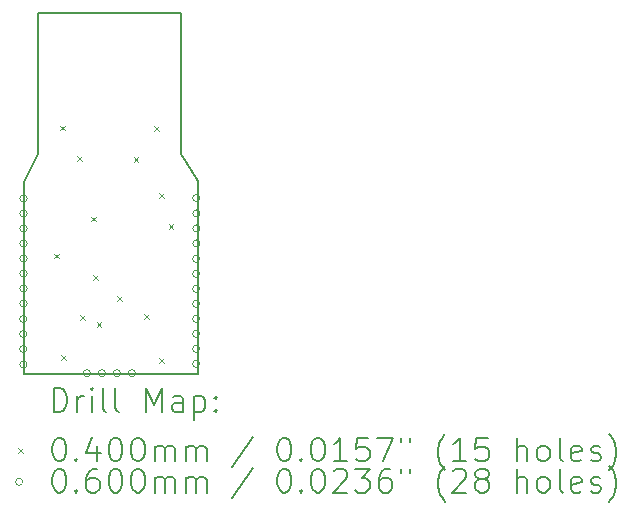
<source format=gbr>
%TF.GenerationSoftware,KiCad,Pcbnew,7.0.10*%
%TF.CreationDate,2024-05-20T03:00:22+05:30*%
%TF.ProjectId,nico-ch32v003-v1,6e69636f-2d63-4683-9332-763030332d76,1.0.1*%
%TF.SameCoordinates,Original*%
%TF.FileFunction,Drillmap*%
%TF.FilePolarity,Positive*%
%FSLAX45Y45*%
G04 Gerber Fmt 4.5, Leading zero omitted, Abs format (unit mm)*
G04 Created by KiCad (PCBNEW 7.0.10) date 2024-05-20 03:00:22*
%MOMM*%
%LPD*%
G01*
G04 APERTURE LIST*
%ADD10C,0.150000*%
%ADD11C,0.200000*%
%ADD12C,0.100000*%
G04 APERTURE END LIST*
D10*
X9497600Y-4605000D02*
X10702600Y-4603000D01*
X10703600Y-5803000D02*
X10846920Y-6027520D01*
X9496600Y-5802000D02*
X9497600Y-4605000D01*
X10846920Y-6027520D02*
X10846600Y-7663000D01*
X10846600Y-7663000D02*
X9372540Y-7662000D01*
X9373720Y-6032600D02*
X9372540Y-7662000D01*
X9496600Y-5802000D02*
X9373720Y-6032600D01*
X10702600Y-4603000D02*
X10703600Y-5803000D01*
D11*
D12*
X9628040Y-6642520D02*
X9668040Y-6682520D01*
X9668040Y-6642520D02*
X9628040Y-6682520D01*
X9683920Y-5560480D02*
X9723920Y-5600480D01*
X9723920Y-5560480D02*
X9683920Y-5600480D01*
X9691000Y-7501000D02*
X9731000Y-7541000D01*
X9731000Y-7501000D02*
X9691000Y-7541000D01*
X9826160Y-5819560D02*
X9866160Y-5859560D01*
X9866160Y-5819560D02*
X9826160Y-5859560D01*
X9851560Y-7165760D02*
X9891560Y-7205760D01*
X9891560Y-7165760D02*
X9851560Y-7205760D01*
X9941439Y-6330926D02*
X9981439Y-6370926D01*
X9981439Y-6330926D02*
X9941439Y-6370926D01*
X9958240Y-6825400D02*
X9998240Y-6865400D01*
X9998240Y-6825400D02*
X9958240Y-6865400D01*
X9991440Y-7221640D02*
X10031440Y-7261640D01*
X10031440Y-7221640D02*
X9991440Y-7261640D01*
X10161440Y-7001640D02*
X10201440Y-7041640D01*
X10201440Y-7001640D02*
X10161440Y-7041640D01*
X10303680Y-5824640D02*
X10343680Y-5864640D01*
X10343680Y-5824640D02*
X10303680Y-5864640D01*
X10395120Y-7155600D02*
X10435120Y-7195600D01*
X10435120Y-7155600D02*
X10395120Y-7195600D01*
X10476400Y-5565560D02*
X10516400Y-5605560D01*
X10516400Y-5565560D02*
X10476400Y-5605560D01*
X10522000Y-6128000D02*
X10562000Y-6168000D01*
X10562000Y-6128000D02*
X10522000Y-6168000D01*
X10522000Y-7527000D02*
X10562000Y-7567000D01*
X10562000Y-7527000D02*
X10522000Y-7567000D01*
X10600000Y-6391000D02*
X10640000Y-6431000D01*
X10640000Y-6391000D02*
X10600000Y-6431000D01*
X9398600Y-7197000D02*
G75*
G03*
X9338600Y-7197000I-30000J0D01*
G01*
X9338600Y-7197000D02*
G75*
G03*
X9398600Y-7197000I30000J0D01*
G01*
X9398600Y-7324000D02*
G75*
G03*
X9338600Y-7324000I-30000J0D01*
G01*
X9338600Y-7324000D02*
G75*
G03*
X9398600Y-7324000I30000J0D01*
G01*
X9398600Y-7451000D02*
G75*
G03*
X9338600Y-7451000I-30000J0D01*
G01*
X9338600Y-7451000D02*
G75*
G03*
X9398600Y-7451000I30000J0D01*
G01*
X9400600Y-7582000D02*
G75*
G03*
X9340600Y-7582000I-30000J0D01*
G01*
X9340600Y-7582000D02*
G75*
G03*
X9400600Y-7582000I30000J0D01*
G01*
X9401600Y-6177000D02*
G75*
G03*
X9341600Y-6177000I-30000J0D01*
G01*
X9341600Y-6177000D02*
G75*
G03*
X9401600Y-6177000I30000J0D01*
G01*
X9401600Y-6304000D02*
G75*
G03*
X9341600Y-6304000I-30000J0D01*
G01*
X9341600Y-6304000D02*
G75*
G03*
X9401600Y-6304000I30000J0D01*
G01*
X9401600Y-6431000D02*
G75*
G03*
X9341600Y-6431000I-30000J0D01*
G01*
X9341600Y-6431000D02*
G75*
G03*
X9401600Y-6431000I30000J0D01*
G01*
X9401600Y-6558000D02*
G75*
G03*
X9341600Y-6558000I-30000J0D01*
G01*
X9341600Y-6558000D02*
G75*
G03*
X9401600Y-6558000I30000J0D01*
G01*
X9401600Y-6685000D02*
G75*
G03*
X9341600Y-6685000I-30000J0D01*
G01*
X9341600Y-6685000D02*
G75*
G03*
X9401600Y-6685000I30000J0D01*
G01*
X9401600Y-6812000D02*
G75*
G03*
X9341600Y-6812000I-30000J0D01*
G01*
X9341600Y-6812000D02*
G75*
G03*
X9401600Y-6812000I30000J0D01*
G01*
X9401600Y-6939000D02*
G75*
G03*
X9341600Y-6939000I-30000J0D01*
G01*
X9341600Y-6939000D02*
G75*
G03*
X9401600Y-6939000I30000J0D01*
G01*
X9401600Y-7066000D02*
G75*
G03*
X9341600Y-7066000I-30000J0D01*
G01*
X9341600Y-7066000D02*
G75*
G03*
X9401600Y-7066000I30000J0D01*
G01*
X9937000Y-7655000D02*
G75*
G03*
X9877000Y-7655000I-30000J0D01*
G01*
X9877000Y-7655000D02*
G75*
G03*
X9937000Y-7655000I30000J0D01*
G01*
X10064000Y-7655000D02*
G75*
G03*
X10004000Y-7655000I-30000J0D01*
G01*
X10004000Y-7655000D02*
G75*
G03*
X10064000Y-7655000I30000J0D01*
G01*
X10191000Y-7655000D02*
G75*
G03*
X10131000Y-7655000I-30000J0D01*
G01*
X10131000Y-7655000D02*
G75*
G03*
X10191000Y-7655000I30000J0D01*
G01*
X10318000Y-7655000D02*
G75*
G03*
X10258000Y-7655000I-30000J0D01*
G01*
X10258000Y-7655000D02*
G75*
G03*
X10318000Y-7655000I30000J0D01*
G01*
X10862600Y-6688000D02*
G75*
G03*
X10802600Y-6688000I-30000J0D01*
G01*
X10802600Y-6688000D02*
G75*
G03*
X10862600Y-6688000I30000J0D01*
G01*
X10862600Y-6815000D02*
G75*
G03*
X10802600Y-6815000I-30000J0D01*
G01*
X10802600Y-6815000D02*
G75*
G03*
X10862600Y-6815000I30000J0D01*
G01*
X10862600Y-6942000D02*
G75*
G03*
X10802600Y-6942000I-30000J0D01*
G01*
X10802600Y-6942000D02*
G75*
G03*
X10862600Y-6942000I30000J0D01*
G01*
X10862600Y-7069000D02*
G75*
G03*
X10802600Y-7069000I-30000J0D01*
G01*
X10802600Y-7069000D02*
G75*
G03*
X10862600Y-7069000I30000J0D01*
G01*
X10862600Y-7196000D02*
G75*
G03*
X10802600Y-7196000I-30000J0D01*
G01*
X10802600Y-7196000D02*
G75*
G03*
X10862600Y-7196000I30000J0D01*
G01*
X10862600Y-7323000D02*
G75*
G03*
X10802600Y-7323000I-30000J0D01*
G01*
X10802600Y-7323000D02*
G75*
G03*
X10862600Y-7323000I30000J0D01*
G01*
X10862600Y-7450000D02*
G75*
G03*
X10802600Y-7450000I-30000J0D01*
G01*
X10802600Y-7450000D02*
G75*
G03*
X10862600Y-7450000I30000J0D01*
G01*
X10862600Y-7577000D02*
G75*
G03*
X10802600Y-7577000I-30000J0D01*
G01*
X10802600Y-7577000D02*
G75*
G03*
X10862600Y-7577000I30000J0D01*
G01*
X10863600Y-6172000D02*
G75*
G03*
X10803600Y-6172000I-30000J0D01*
G01*
X10803600Y-6172000D02*
G75*
G03*
X10863600Y-6172000I30000J0D01*
G01*
X10865600Y-6303000D02*
G75*
G03*
X10805600Y-6303000I-30000J0D01*
G01*
X10805600Y-6303000D02*
G75*
G03*
X10865600Y-6303000I30000J0D01*
G01*
X10865600Y-6430000D02*
G75*
G03*
X10805600Y-6430000I-30000J0D01*
G01*
X10805600Y-6430000D02*
G75*
G03*
X10865600Y-6430000I30000J0D01*
G01*
X10865600Y-6557000D02*
G75*
G03*
X10805600Y-6557000I-30000J0D01*
G01*
X10805600Y-6557000D02*
G75*
G03*
X10865600Y-6557000I30000J0D01*
G01*
D11*
X9625817Y-7981984D02*
X9625817Y-7781984D01*
X9625817Y-7781984D02*
X9673436Y-7781984D01*
X9673436Y-7781984D02*
X9702007Y-7791508D01*
X9702007Y-7791508D02*
X9721055Y-7810555D01*
X9721055Y-7810555D02*
X9730579Y-7829603D01*
X9730579Y-7829603D02*
X9740103Y-7867698D01*
X9740103Y-7867698D02*
X9740103Y-7896269D01*
X9740103Y-7896269D02*
X9730579Y-7934365D01*
X9730579Y-7934365D02*
X9721055Y-7953412D01*
X9721055Y-7953412D02*
X9702007Y-7972460D01*
X9702007Y-7972460D02*
X9673436Y-7981984D01*
X9673436Y-7981984D02*
X9625817Y-7981984D01*
X9825817Y-7981984D02*
X9825817Y-7848650D01*
X9825817Y-7886746D02*
X9835341Y-7867698D01*
X9835341Y-7867698D02*
X9844864Y-7858174D01*
X9844864Y-7858174D02*
X9863912Y-7848650D01*
X9863912Y-7848650D02*
X9882960Y-7848650D01*
X9949626Y-7981984D02*
X9949626Y-7848650D01*
X9949626Y-7781984D02*
X9940103Y-7791508D01*
X9940103Y-7791508D02*
X9949626Y-7801031D01*
X9949626Y-7801031D02*
X9959150Y-7791508D01*
X9959150Y-7791508D02*
X9949626Y-7781984D01*
X9949626Y-7781984D02*
X9949626Y-7801031D01*
X10073436Y-7981984D02*
X10054388Y-7972460D01*
X10054388Y-7972460D02*
X10044864Y-7953412D01*
X10044864Y-7953412D02*
X10044864Y-7781984D01*
X10178198Y-7981984D02*
X10159150Y-7972460D01*
X10159150Y-7972460D02*
X10149626Y-7953412D01*
X10149626Y-7953412D02*
X10149626Y-7781984D01*
X10406769Y-7981984D02*
X10406769Y-7781984D01*
X10406769Y-7781984D02*
X10473436Y-7924841D01*
X10473436Y-7924841D02*
X10540103Y-7781984D01*
X10540103Y-7781984D02*
X10540103Y-7981984D01*
X10721055Y-7981984D02*
X10721055Y-7877222D01*
X10721055Y-7877222D02*
X10711531Y-7858174D01*
X10711531Y-7858174D02*
X10692484Y-7848650D01*
X10692484Y-7848650D02*
X10654388Y-7848650D01*
X10654388Y-7848650D02*
X10635341Y-7858174D01*
X10721055Y-7972460D02*
X10702007Y-7981984D01*
X10702007Y-7981984D02*
X10654388Y-7981984D01*
X10654388Y-7981984D02*
X10635341Y-7972460D01*
X10635341Y-7972460D02*
X10625817Y-7953412D01*
X10625817Y-7953412D02*
X10625817Y-7934365D01*
X10625817Y-7934365D02*
X10635341Y-7915317D01*
X10635341Y-7915317D02*
X10654388Y-7905793D01*
X10654388Y-7905793D02*
X10702007Y-7905793D01*
X10702007Y-7905793D02*
X10721055Y-7896269D01*
X10816293Y-7848650D02*
X10816293Y-8048650D01*
X10816293Y-7858174D02*
X10835341Y-7848650D01*
X10835341Y-7848650D02*
X10873436Y-7848650D01*
X10873436Y-7848650D02*
X10892484Y-7858174D01*
X10892484Y-7858174D02*
X10902007Y-7867698D01*
X10902007Y-7867698D02*
X10911531Y-7886746D01*
X10911531Y-7886746D02*
X10911531Y-7943888D01*
X10911531Y-7943888D02*
X10902007Y-7962936D01*
X10902007Y-7962936D02*
X10892484Y-7972460D01*
X10892484Y-7972460D02*
X10873436Y-7981984D01*
X10873436Y-7981984D02*
X10835341Y-7981984D01*
X10835341Y-7981984D02*
X10816293Y-7972460D01*
X10997245Y-7962936D02*
X11006769Y-7972460D01*
X11006769Y-7972460D02*
X10997245Y-7981984D01*
X10997245Y-7981984D02*
X10987722Y-7972460D01*
X10987722Y-7972460D02*
X10997245Y-7962936D01*
X10997245Y-7962936D02*
X10997245Y-7981984D01*
X10997245Y-7858174D02*
X11006769Y-7867698D01*
X11006769Y-7867698D02*
X10997245Y-7877222D01*
X10997245Y-7877222D02*
X10987722Y-7867698D01*
X10987722Y-7867698D02*
X10997245Y-7858174D01*
X10997245Y-7858174D02*
X10997245Y-7877222D01*
D12*
X9325040Y-8290500D02*
X9365040Y-8330500D01*
X9365040Y-8290500D02*
X9325040Y-8330500D01*
D11*
X9663912Y-8201984D02*
X9682960Y-8201984D01*
X9682960Y-8201984D02*
X9702007Y-8211508D01*
X9702007Y-8211508D02*
X9711531Y-8221031D01*
X9711531Y-8221031D02*
X9721055Y-8240079D01*
X9721055Y-8240079D02*
X9730579Y-8278174D01*
X9730579Y-8278174D02*
X9730579Y-8325793D01*
X9730579Y-8325793D02*
X9721055Y-8363888D01*
X9721055Y-8363888D02*
X9711531Y-8382936D01*
X9711531Y-8382936D02*
X9702007Y-8392460D01*
X9702007Y-8392460D02*
X9682960Y-8401984D01*
X9682960Y-8401984D02*
X9663912Y-8401984D01*
X9663912Y-8401984D02*
X9644864Y-8392460D01*
X9644864Y-8392460D02*
X9635341Y-8382936D01*
X9635341Y-8382936D02*
X9625817Y-8363888D01*
X9625817Y-8363888D02*
X9616293Y-8325793D01*
X9616293Y-8325793D02*
X9616293Y-8278174D01*
X9616293Y-8278174D02*
X9625817Y-8240079D01*
X9625817Y-8240079D02*
X9635341Y-8221031D01*
X9635341Y-8221031D02*
X9644864Y-8211508D01*
X9644864Y-8211508D02*
X9663912Y-8201984D01*
X9816293Y-8382936D02*
X9825817Y-8392460D01*
X9825817Y-8392460D02*
X9816293Y-8401984D01*
X9816293Y-8401984D02*
X9806769Y-8392460D01*
X9806769Y-8392460D02*
X9816293Y-8382936D01*
X9816293Y-8382936D02*
X9816293Y-8401984D01*
X9997245Y-8268650D02*
X9997245Y-8401984D01*
X9949626Y-8192460D02*
X9902007Y-8335317D01*
X9902007Y-8335317D02*
X10025817Y-8335317D01*
X10140103Y-8201984D02*
X10159150Y-8201984D01*
X10159150Y-8201984D02*
X10178198Y-8211508D01*
X10178198Y-8211508D02*
X10187722Y-8221031D01*
X10187722Y-8221031D02*
X10197245Y-8240079D01*
X10197245Y-8240079D02*
X10206769Y-8278174D01*
X10206769Y-8278174D02*
X10206769Y-8325793D01*
X10206769Y-8325793D02*
X10197245Y-8363888D01*
X10197245Y-8363888D02*
X10187722Y-8382936D01*
X10187722Y-8382936D02*
X10178198Y-8392460D01*
X10178198Y-8392460D02*
X10159150Y-8401984D01*
X10159150Y-8401984D02*
X10140103Y-8401984D01*
X10140103Y-8401984D02*
X10121055Y-8392460D01*
X10121055Y-8392460D02*
X10111531Y-8382936D01*
X10111531Y-8382936D02*
X10102007Y-8363888D01*
X10102007Y-8363888D02*
X10092484Y-8325793D01*
X10092484Y-8325793D02*
X10092484Y-8278174D01*
X10092484Y-8278174D02*
X10102007Y-8240079D01*
X10102007Y-8240079D02*
X10111531Y-8221031D01*
X10111531Y-8221031D02*
X10121055Y-8211508D01*
X10121055Y-8211508D02*
X10140103Y-8201984D01*
X10330579Y-8201984D02*
X10349626Y-8201984D01*
X10349626Y-8201984D02*
X10368674Y-8211508D01*
X10368674Y-8211508D02*
X10378198Y-8221031D01*
X10378198Y-8221031D02*
X10387722Y-8240079D01*
X10387722Y-8240079D02*
X10397245Y-8278174D01*
X10397245Y-8278174D02*
X10397245Y-8325793D01*
X10397245Y-8325793D02*
X10387722Y-8363888D01*
X10387722Y-8363888D02*
X10378198Y-8382936D01*
X10378198Y-8382936D02*
X10368674Y-8392460D01*
X10368674Y-8392460D02*
X10349626Y-8401984D01*
X10349626Y-8401984D02*
X10330579Y-8401984D01*
X10330579Y-8401984D02*
X10311531Y-8392460D01*
X10311531Y-8392460D02*
X10302007Y-8382936D01*
X10302007Y-8382936D02*
X10292484Y-8363888D01*
X10292484Y-8363888D02*
X10282960Y-8325793D01*
X10282960Y-8325793D02*
X10282960Y-8278174D01*
X10282960Y-8278174D02*
X10292484Y-8240079D01*
X10292484Y-8240079D02*
X10302007Y-8221031D01*
X10302007Y-8221031D02*
X10311531Y-8211508D01*
X10311531Y-8211508D02*
X10330579Y-8201984D01*
X10482960Y-8401984D02*
X10482960Y-8268650D01*
X10482960Y-8287698D02*
X10492484Y-8278174D01*
X10492484Y-8278174D02*
X10511531Y-8268650D01*
X10511531Y-8268650D02*
X10540103Y-8268650D01*
X10540103Y-8268650D02*
X10559150Y-8278174D01*
X10559150Y-8278174D02*
X10568674Y-8297222D01*
X10568674Y-8297222D02*
X10568674Y-8401984D01*
X10568674Y-8297222D02*
X10578198Y-8278174D01*
X10578198Y-8278174D02*
X10597245Y-8268650D01*
X10597245Y-8268650D02*
X10625817Y-8268650D01*
X10625817Y-8268650D02*
X10644865Y-8278174D01*
X10644865Y-8278174D02*
X10654388Y-8297222D01*
X10654388Y-8297222D02*
X10654388Y-8401984D01*
X10749626Y-8401984D02*
X10749626Y-8268650D01*
X10749626Y-8287698D02*
X10759150Y-8278174D01*
X10759150Y-8278174D02*
X10778198Y-8268650D01*
X10778198Y-8268650D02*
X10806769Y-8268650D01*
X10806769Y-8268650D02*
X10825817Y-8278174D01*
X10825817Y-8278174D02*
X10835341Y-8297222D01*
X10835341Y-8297222D02*
X10835341Y-8401984D01*
X10835341Y-8297222D02*
X10844865Y-8278174D01*
X10844865Y-8278174D02*
X10863912Y-8268650D01*
X10863912Y-8268650D02*
X10892484Y-8268650D01*
X10892484Y-8268650D02*
X10911531Y-8278174D01*
X10911531Y-8278174D02*
X10921055Y-8297222D01*
X10921055Y-8297222D02*
X10921055Y-8401984D01*
X11311531Y-8192460D02*
X11140103Y-8449603D01*
X11568674Y-8201984D02*
X11587722Y-8201984D01*
X11587722Y-8201984D02*
X11606769Y-8211508D01*
X11606769Y-8211508D02*
X11616293Y-8221031D01*
X11616293Y-8221031D02*
X11625817Y-8240079D01*
X11625817Y-8240079D02*
X11635341Y-8278174D01*
X11635341Y-8278174D02*
X11635341Y-8325793D01*
X11635341Y-8325793D02*
X11625817Y-8363888D01*
X11625817Y-8363888D02*
X11616293Y-8382936D01*
X11616293Y-8382936D02*
X11606769Y-8392460D01*
X11606769Y-8392460D02*
X11587722Y-8401984D01*
X11587722Y-8401984D02*
X11568674Y-8401984D01*
X11568674Y-8401984D02*
X11549626Y-8392460D01*
X11549626Y-8392460D02*
X11540103Y-8382936D01*
X11540103Y-8382936D02*
X11530579Y-8363888D01*
X11530579Y-8363888D02*
X11521055Y-8325793D01*
X11521055Y-8325793D02*
X11521055Y-8278174D01*
X11521055Y-8278174D02*
X11530579Y-8240079D01*
X11530579Y-8240079D02*
X11540103Y-8221031D01*
X11540103Y-8221031D02*
X11549626Y-8211508D01*
X11549626Y-8211508D02*
X11568674Y-8201984D01*
X11721055Y-8382936D02*
X11730579Y-8392460D01*
X11730579Y-8392460D02*
X11721055Y-8401984D01*
X11721055Y-8401984D02*
X11711531Y-8392460D01*
X11711531Y-8392460D02*
X11721055Y-8382936D01*
X11721055Y-8382936D02*
X11721055Y-8401984D01*
X11854388Y-8201984D02*
X11873436Y-8201984D01*
X11873436Y-8201984D02*
X11892484Y-8211508D01*
X11892484Y-8211508D02*
X11902007Y-8221031D01*
X11902007Y-8221031D02*
X11911531Y-8240079D01*
X11911531Y-8240079D02*
X11921055Y-8278174D01*
X11921055Y-8278174D02*
X11921055Y-8325793D01*
X11921055Y-8325793D02*
X11911531Y-8363888D01*
X11911531Y-8363888D02*
X11902007Y-8382936D01*
X11902007Y-8382936D02*
X11892484Y-8392460D01*
X11892484Y-8392460D02*
X11873436Y-8401984D01*
X11873436Y-8401984D02*
X11854388Y-8401984D01*
X11854388Y-8401984D02*
X11835341Y-8392460D01*
X11835341Y-8392460D02*
X11825817Y-8382936D01*
X11825817Y-8382936D02*
X11816293Y-8363888D01*
X11816293Y-8363888D02*
X11806769Y-8325793D01*
X11806769Y-8325793D02*
X11806769Y-8278174D01*
X11806769Y-8278174D02*
X11816293Y-8240079D01*
X11816293Y-8240079D02*
X11825817Y-8221031D01*
X11825817Y-8221031D02*
X11835341Y-8211508D01*
X11835341Y-8211508D02*
X11854388Y-8201984D01*
X12111531Y-8401984D02*
X11997246Y-8401984D01*
X12054388Y-8401984D02*
X12054388Y-8201984D01*
X12054388Y-8201984D02*
X12035341Y-8230555D01*
X12035341Y-8230555D02*
X12016293Y-8249603D01*
X12016293Y-8249603D02*
X11997246Y-8259127D01*
X12292484Y-8201984D02*
X12197246Y-8201984D01*
X12197246Y-8201984D02*
X12187722Y-8297222D01*
X12187722Y-8297222D02*
X12197246Y-8287698D01*
X12197246Y-8287698D02*
X12216293Y-8278174D01*
X12216293Y-8278174D02*
X12263912Y-8278174D01*
X12263912Y-8278174D02*
X12282960Y-8287698D01*
X12282960Y-8287698D02*
X12292484Y-8297222D01*
X12292484Y-8297222D02*
X12302007Y-8316269D01*
X12302007Y-8316269D02*
X12302007Y-8363888D01*
X12302007Y-8363888D02*
X12292484Y-8382936D01*
X12292484Y-8382936D02*
X12282960Y-8392460D01*
X12282960Y-8392460D02*
X12263912Y-8401984D01*
X12263912Y-8401984D02*
X12216293Y-8401984D01*
X12216293Y-8401984D02*
X12197246Y-8392460D01*
X12197246Y-8392460D02*
X12187722Y-8382936D01*
X12368674Y-8201984D02*
X12502007Y-8201984D01*
X12502007Y-8201984D02*
X12416293Y-8401984D01*
X12568674Y-8201984D02*
X12568674Y-8240079D01*
X12644865Y-8201984D02*
X12644865Y-8240079D01*
X12940103Y-8478174D02*
X12930579Y-8468650D01*
X12930579Y-8468650D02*
X12911531Y-8440079D01*
X12911531Y-8440079D02*
X12902008Y-8421031D01*
X12902008Y-8421031D02*
X12892484Y-8392460D01*
X12892484Y-8392460D02*
X12882960Y-8344841D01*
X12882960Y-8344841D02*
X12882960Y-8306746D01*
X12882960Y-8306746D02*
X12892484Y-8259127D01*
X12892484Y-8259127D02*
X12902008Y-8230555D01*
X12902008Y-8230555D02*
X12911531Y-8211508D01*
X12911531Y-8211508D02*
X12930579Y-8182936D01*
X12930579Y-8182936D02*
X12940103Y-8173412D01*
X13121055Y-8401984D02*
X13006769Y-8401984D01*
X13063912Y-8401984D02*
X13063912Y-8201984D01*
X13063912Y-8201984D02*
X13044865Y-8230555D01*
X13044865Y-8230555D02*
X13025817Y-8249603D01*
X13025817Y-8249603D02*
X13006769Y-8259127D01*
X13302008Y-8201984D02*
X13206769Y-8201984D01*
X13206769Y-8201984D02*
X13197246Y-8297222D01*
X13197246Y-8297222D02*
X13206769Y-8287698D01*
X13206769Y-8287698D02*
X13225817Y-8278174D01*
X13225817Y-8278174D02*
X13273436Y-8278174D01*
X13273436Y-8278174D02*
X13292484Y-8287698D01*
X13292484Y-8287698D02*
X13302008Y-8297222D01*
X13302008Y-8297222D02*
X13311531Y-8316269D01*
X13311531Y-8316269D02*
X13311531Y-8363888D01*
X13311531Y-8363888D02*
X13302008Y-8382936D01*
X13302008Y-8382936D02*
X13292484Y-8392460D01*
X13292484Y-8392460D02*
X13273436Y-8401984D01*
X13273436Y-8401984D02*
X13225817Y-8401984D01*
X13225817Y-8401984D02*
X13206769Y-8392460D01*
X13206769Y-8392460D02*
X13197246Y-8382936D01*
X13549627Y-8401984D02*
X13549627Y-8201984D01*
X13635341Y-8401984D02*
X13635341Y-8297222D01*
X13635341Y-8297222D02*
X13625817Y-8278174D01*
X13625817Y-8278174D02*
X13606770Y-8268650D01*
X13606770Y-8268650D02*
X13578198Y-8268650D01*
X13578198Y-8268650D02*
X13559150Y-8278174D01*
X13559150Y-8278174D02*
X13549627Y-8287698D01*
X13759150Y-8401984D02*
X13740103Y-8392460D01*
X13740103Y-8392460D02*
X13730579Y-8382936D01*
X13730579Y-8382936D02*
X13721055Y-8363888D01*
X13721055Y-8363888D02*
X13721055Y-8306746D01*
X13721055Y-8306746D02*
X13730579Y-8287698D01*
X13730579Y-8287698D02*
X13740103Y-8278174D01*
X13740103Y-8278174D02*
X13759150Y-8268650D01*
X13759150Y-8268650D02*
X13787722Y-8268650D01*
X13787722Y-8268650D02*
X13806770Y-8278174D01*
X13806770Y-8278174D02*
X13816293Y-8287698D01*
X13816293Y-8287698D02*
X13825817Y-8306746D01*
X13825817Y-8306746D02*
X13825817Y-8363888D01*
X13825817Y-8363888D02*
X13816293Y-8382936D01*
X13816293Y-8382936D02*
X13806770Y-8392460D01*
X13806770Y-8392460D02*
X13787722Y-8401984D01*
X13787722Y-8401984D02*
X13759150Y-8401984D01*
X13940103Y-8401984D02*
X13921055Y-8392460D01*
X13921055Y-8392460D02*
X13911531Y-8373412D01*
X13911531Y-8373412D02*
X13911531Y-8201984D01*
X14092484Y-8392460D02*
X14073436Y-8401984D01*
X14073436Y-8401984D02*
X14035341Y-8401984D01*
X14035341Y-8401984D02*
X14016293Y-8392460D01*
X14016293Y-8392460D02*
X14006770Y-8373412D01*
X14006770Y-8373412D02*
X14006770Y-8297222D01*
X14006770Y-8297222D02*
X14016293Y-8278174D01*
X14016293Y-8278174D02*
X14035341Y-8268650D01*
X14035341Y-8268650D02*
X14073436Y-8268650D01*
X14073436Y-8268650D02*
X14092484Y-8278174D01*
X14092484Y-8278174D02*
X14102008Y-8297222D01*
X14102008Y-8297222D02*
X14102008Y-8316269D01*
X14102008Y-8316269D02*
X14006770Y-8335317D01*
X14178198Y-8392460D02*
X14197246Y-8401984D01*
X14197246Y-8401984D02*
X14235341Y-8401984D01*
X14235341Y-8401984D02*
X14254389Y-8392460D01*
X14254389Y-8392460D02*
X14263912Y-8373412D01*
X14263912Y-8373412D02*
X14263912Y-8363888D01*
X14263912Y-8363888D02*
X14254389Y-8344841D01*
X14254389Y-8344841D02*
X14235341Y-8335317D01*
X14235341Y-8335317D02*
X14206770Y-8335317D01*
X14206770Y-8335317D02*
X14187722Y-8325793D01*
X14187722Y-8325793D02*
X14178198Y-8306746D01*
X14178198Y-8306746D02*
X14178198Y-8297222D01*
X14178198Y-8297222D02*
X14187722Y-8278174D01*
X14187722Y-8278174D02*
X14206770Y-8268650D01*
X14206770Y-8268650D02*
X14235341Y-8268650D01*
X14235341Y-8268650D02*
X14254389Y-8278174D01*
X14330579Y-8478174D02*
X14340103Y-8468650D01*
X14340103Y-8468650D02*
X14359151Y-8440079D01*
X14359151Y-8440079D02*
X14368674Y-8421031D01*
X14368674Y-8421031D02*
X14378198Y-8392460D01*
X14378198Y-8392460D02*
X14387722Y-8344841D01*
X14387722Y-8344841D02*
X14387722Y-8306746D01*
X14387722Y-8306746D02*
X14378198Y-8259127D01*
X14378198Y-8259127D02*
X14368674Y-8230555D01*
X14368674Y-8230555D02*
X14359151Y-8211508D01*
X14359151Y-8211508D02*
X14340103Y-8182936D01*
X14340103Y-8182936D02*
X14330579Y-8173412D01*
D12*
X9365040Y-8574500D02*
G75*
G03*
X9305040Y-8574500I-30000J0D01*
G01*
X9305040Y-8574500D02*
G75*
G03*
X9365040Y-8574500I30000J0D01*
G01*
D11*
X9663912Y-8465984D02*
X9682960Y-8465984D01*
X9682960Y-8465984D02*
X9702007Y-8475508D01*
X9702007Y-8475508D02*
X9711531Y-8485031D01*
X9711531Y-8485031D02*
X9721055Y-8504079D01*
X9721055Y-8504079D02*
X9730579Y-8542174D01*
X9730579Y-8542174D02*
X9730579Y-8589793D01*
X9730579Y-8589793D02*
X9721055Y-8627889D01*
X9721055Y-8627889D02*
X9711531Y-8646936D01*
X9711531Y-8646936D02*
X9702007Y-8656460D01*
X9702007Y-8656460D02*
X9682960Y-8665984D01*
X9682960Y-8665984D02*
X9663912Y-8665984D01*
X9663912Y-8665984D02*
X9644864Y-8656460D01*
X9644864Y-8656460D02*
X9635341Y-8646936D01*
X9635341Y-8646936D02*
X9625817Y-8627889D01*
X9625817Y-8627889D02*
X9616293Y-8589793D01*
X9616293Y-8589793D02*
X9616293Y-8542174D01*
X9616293Y-8542174D02*
X9625817Y-8504079D01*
X9625817Y-8504079D02*
X9635341Y-8485031D01*
X9635341Y-8485031D02*
X9644864Y-8475508D01*
X9644864Y-8475508D02*
X9663912Y-8465984D01*
X9816293Y-8646936D02*
X9825817Y-8656460D01*
X9825817Y-8656460D02*
X9816293Y-8665984D01*
X9816293Y-8665984D02*
X9806769Y-8656460D01*
X9806769Y-8656460D02*
X9816293Y-8646936D01*
X9816293Y-8646936D02*
X9816293Y-8665984D01*
X9997245Y-8465984D02*
X9959150Y-8465984D01*
X9959150Y-8465984D02*
X9940103Y-8475508D01*
X9940103Y-8475508D02*
X9930579Y-8485031D01*
X9930579Y-8485031D02*
X9911531Y-8513603D01*
X9911531Y-8513603D02*
X9902007Y-8551698D01*
X9902007Y-8551698D02*
X9902007Y-8627889D01*
X9902007Y-8627889D02*
X9911531Y-8646936D01*
X9911531Y-8646936D02*
X9921055Y-8656460D01*
X9921055Y-8656460D02*
X9940103Y-8665984D01*
X9940103Y-8665984D02*
X9978198Y-8665984D01*
X9978198Y-8665984D02*
X9997245Y-8656460D01*
X9997245Y-8656460D02*
X10006769Y-8646936D01*
X10006769Y-8646936D02*
X10016293Y-8627889D01*
X10016293Y-8627889D02*
X10016293Y-8580270D01*
X10016293Y-8580270D02*
X10006769Y-8561222D01*
X10006769Y-8561222D02*
X9997245Y-8551698D01*
X9997245Y-8551698D02*
X9978198Y-8542174D01*
X9978198Y-8542174D02*
X9940103Y-8542174D01*
X9940103Y-8542174D02*
X9921055Y-8551698D01*
X9921055Y-8551698D02*
X9911531Y-8561222D01*
X9911531Y-8561222D02*
X9902007Y-8580270D01*
X10140103Y-8465984D02*
X10159150Y-8465984D01*
X10159150Y-8465984D02*
X10178198Y-8475508D01*
X10178198Y-8475508D02*
X10187722Y-8485031D01*
X10187722Y-8485031D02*
X10197245Y-8504079D01*
X10197245Y-8504079D02*
X10206769Y-8542174D01*
X10206769Y-8542174D02*
X10206769Y-8589793D01*
X10206769Y-8589793D02*
X10197245Y-8627889D01*
X10197245Y-8627889D02*
X10187722Y-8646936D01*
X10187722Y-8646936D02*
X10178198Y-8656460D01*
X10178198Y-8656460D02*
X10159150Y-8665984D01*
X10159150Y-8665984D02*
X10140103Y-8665984D01*
X10140103Y-8665984D02*
X10121055Y-8656460D01*
X10121055Y-8656460D02*
X10111531Y-8646936D01*
X10111531Y-8646936D02*
X10102007Y-8627889D01*
X10102007Y-8627889D02*
X10092484Y-8589793D01*
X10092484Y-8589793D02*
X10092484Y-8542174D01*
X10092484Y-8542174D02*
X10102007Y-8504079D01*
X10102007Y-8504079D02*
X10111531Y-8485031D01*
X10111531Y-8485031D02*
X10121055Y-8475508D01*
X10121055Y-8475508D02*
X10140103Y-8465984D01*
X10330579Y-8465984D02*
X10349626Y-8465984D01*
X10349626Y-8465984D02*
X10368674Y-8475508D01*
X10368674Y-8475508D02*
X10378198Y-8485031D01*
X10378198Y-8485031D02*
X10387722Y-8504079D01*
X10387722Y-8504079D02*
X10397245Y-8542174D01*
X10397245Y-8542174D02*
X10397245Y-8589793D01*
X10397245Y-8589793D02*
X10387722Y-8627889D01*
X10387722Y-8627889D02*
X10378198Y-8646936D01*
X10378198Y-8646936D02*
X10368674Y-8656460D01*
X10368674Y-8656460D02*
X10349626Y-8665984D01*
X10349626Y-8665984D02*
X10330579Y-8665984D01*
X10330579Y-8665984D02*
X10311531Y-8656460D01*
X10311531Y-8656460D02*
X10302007Y-8646936D01*
X10302007Y-8646936D02*
X10292484Y-8627889D01*
X10292484Y-8627889D02*
X10282960Y-8589793D01*
X10282960Y-8589793D02*
X10282960Y-8542174D01*
X10282960Y-8542174D02*
X10292484Y-8504079D01*
X10292484Y-8504079D02*
X10302007Y-8485031D01*
X10302007Y-8485031D02*
X10311531Y-8475508D01*
X10311531Y-8475508D02*
X10330579Y-8465984D01*
X10482960Y-8665984D02*
X10482960Y-8532650D01*
X10482960Y-8551698D02*
X10492484Y-8542174D01*
X10492484Y-8542174D02*
X10511531Y-8532650D01*
X10511531Y-8532650D02*
X10540103Y-8532650D01*
X10540103Y-8532650D02*
X10559150Y-8542174D01*
X10559150Y-8542174D02*
X10568674Y-8561222D01*
X10568674Y-8561222D02*
X10568674Y-8665984D01*
X10568674Y-8561222D02*
X10578198Y-8542174D01*
X10578198Y-8542174D02*
X10597245Y-8532650D01*
X10597245Y-8532650D02*
X10625817Y-8532650D01*
X10625817Y-8532650D02*
X10644865Y-8542174D01*
X10644865Y-8542174D02*
X10654388Y-8561222D01*
X10654388Y-8561222D02*
X10654388Y-8665984D01*
X10749626Y-8665984D02*
X10749626Y-8532650D01*
X10749626Y-8551698D02*
X10759150Y-8542174D01*
X10759150Y-8542174D02*
X10778198Y-8532650D01*
X10778198Y-8532650D02*
X10806769Y-8532650D01*
X10806769Y-8532650D02*
X10825817Y-8542174D01*
X10825817Y-8542174D02*
X10835341Y-8561222D01*
X10835341Y-8561222D02*
X10835341Y-8665984D01*
X10835341Y-8561222D02*
X10844865Y-8542174D01*
X10844865Y-8542174D02*
X10863912Y-8532650D01*
X10863912Y-8532650D02*
X10892484Y-8532650D01*
X10892484Y-8532650D02*
X10911531Y-8542174D01*
X10911531Y-8542174D02*
X10921055Y-8561222D01*
X10921055Y-8561222D02*
X10921055Y-8665984D01*
X11311531Y-8456460D02*
X11140103Y-8713603D01*
X11568674Y-8465984D02*
X11587722Y-8465984D01*
X11587722Y-8465984D02*
X11606769Y-8475508D01*
X11606769Y-8475508D02*
X11616293Y-8485031D01*
X11616293Y-8485031D02*
X11625817Y-8504079D01*
X11625817Y-8504079D02*
X11635341Y-8542174D01*
X11635341Y-8542174D02*
X11635341Y-8589793D01*
X11635341Y-8589793D02*
X11625817Y-8627889D01*
X11625817Y-8627889D02*
X11616293Y-8646936D01*
X11616293Y-8646936D02*
X11606769Y-8656460D01*
X11606769Y-8656460D02*
X11587722Y-8665984D01*
X11587722Y-8665984D02*
X11568674Y-8665984D01*
X11568674Y-8665984D02*
X11549626Y-8656460D01*
X11549626Y-8656460D02*
X11540103Y-8646936D01*
X11540103Y-8646936D02*
X11530579Y-8627889D01*
X11530579Y-8627889D02*
X11521055Y-8589793D01*
X11521055Y-8589793D02*
X11521055Y-8542174D01*
X11521055Y-8542174D02*
X11530579Y-8504079D01*
X11530579Y-8504079D02*
X11540103Y-8485031D01*
X11540103Y-8485031D02*
X11549626Y-8475508D01*
X11549626Y-8475508D02*
X11568674Y-8465984D01*
X11721055Y-8646936D02*
X11730579Y-8656460D01*
X11730579Y-8656460D02*
X11721055Y-8665984D01*
X11721055Y-8665984D02*
X11711531Y-8656460D01*
X11711531Y-8656460D02*
X11721055Y-8646936D01*
X11721055Y-8646936D02*
X11721055Y-8665984D01*
X11854388Y-8465984D02*
X11873436Y-8465984D01*
X11873436Y-8465984D02*
X11892484Y-8475508D01*
X11892484Y-8475508D02*
X11902007Y-8485031D01*
X11902007Y-8485031D02*
X11911531Y-8504079D01*
X11911531Y-8504079D02*
X11921055Y-8542174D01*
X11921055Y-8542174D02*
X11921055Y-8589793D01*
X11921055Y-8589793D02*
X11911531Y-8627889D01*
X11911531Y-8627889D02*
X11902007Y-8646936D01*
X11902007Y-8646936D02*
X11892484Y-8656460D01*
X11892484Y-8656460D02*
X11873436Y-8665984D01*
X11873436Y-8665984D02*
X11854388Y-8665984D01*
X11854388Y-8665984D02*
X11835341Y-8656460D01*
X11835341Y-8656460D02*
X11825817Y-8646936D01*
X11825817Y-8646936D02*
X11816293Y-8627889D01*
X11816293Y-8627889D02*
X11806769Y-8589793D01*
X11806769Y-8589793D02*
X11806769Y-8542174D01*
X11806769Y-8542174D02*
X11816293Y-8504079D01*
X11816293Y-8504079D02*
X11825817Y-8485031D01*
X11825817Y-8485031D02*
X11835341Y-8475508D01*
X11835341Y-8475508D02*
X11854388Y-8465984D01*
X11997246Y-8485031D02*
X12006769Y-8475508D01*
X12006769Y-8475508D02*
X12025817Y-8465984D01*
X12025817Y-8465984D02*
X12073436Y-8465984D01*
X12073436Y-8465984D02*
X12092484Y-8475508D01*
X12092484Y-8475508D02*
X12102007Y-8485031D01*
X12102007Y-8485031D02*
X12111531Y-8504079D01*
X12111531Y-8504079D02*
X12111531Y-8523127D01*
X12111531Y-8523127D02*
X12102007Y-8551698D01*
X12102007Y-8551698D02*
X11987722Y-8665984D01*
X11987722Y-8665984D02*
X12111531Y-8665984D01*
X12178198Y-8465984D02*
X12302007Y-8465984D01*
X12302007Y-8465984D02*
X12235341Y-8542174D01*
X12235341Y-8542174D02*
X12263912Y-8542174D01*
X12263912Y-8542174D02*
X12282960Y-8551698D01*
X12282960Y-8551698D02*
X12292484Y-8561222D01*
X12292484Y-8561222D02*
X12302007Y-8580270D01*
X12302007Y-8580270D02*
X12302007Y-8627889D01*
X12302007Y-8627889D02*
X12292484Y-8646936D01*
X12292484Y-8646936D02*
X12282960Y-8656460D01*
X12282960Y-8656460D02*
X12263912Y-8665984D01*
X12263912Y-8665984D02*
X12206769Y-8665984D01*
X12206769Y-8665984D02*
X12187722Y-8656460D01*
X12187722Y-8656460D02*
X12178198Y-8646936D01*
X12473436Y-8465984D02*
X12435341Y-8465984D01*
X12435341Y-8465984D02*
X12416293Y-8475508D01*
X12416293Y-8475508D02*
X12406769Y-8485031D01*
X12406769Y-8485031D02*
X12387722Y-8513603D01*
X12387722Y-8513603D02*
X12378198Y-8551698D01*
X12378198Y-8551698D02*
X12378198Y-8627889D01*
X12378198Y-8627889D02*
X12387722Y-8646936D01*
X12387722Y-8646936D02*
X12397246Y-8656460D01*
X12397246Y-8656460D02*
X12416293Y-8665984D01*
X12416293Y-8665984D02*
X12454388Y-8665984D01*
X12454388Y-8665984D02*
X12473436Y-8656460D01*
X12473436Y-8656460D02*
X12482960Y-8646936D01*
X12482960Y-8646936D02*
X12492484Y-8627889D01*
X12492484Y-8627889D02*
X12492484Y-8580270D01*
X12492484Y-8580270D02*
X12482960Y-8561222D01*
X12482960Y-8561222D02*
X12473436Y-8551698D01*
X12473436Y-8551698D02*
X12454388Y-8542174D01*
X12454388Y-8542174D02*
X12416293Y-8542174D01*
X12416293Y-8542174D02*
X12397246Y-8551698D01*
X12397246Y-8551698D02*
X12387722Y-8561222D01*
X12387722Y-8561222D02*
X12378198Y-8580270D01*
X12568674Y-8465984D02*
X12568674Y-8504079D01*
X12644865Y-8465984D02*
X12644865Y-8504079D01*
X12940103Y-8742174D02*
X12930579Y-8732650D01*
X12930579Y-8732650D02*
X12911531Y-8704079D01*
X12911531Y-8704079D02*
X12902008Y-8685031D01*
X12902008Y-8685031D02*
X12892484Y-8656460D01*
X12892484Y-8656460D02*
X12882960Y-8608841D01*
X12882960Y-8608841D02*
X12882960Y-8570746D01*
X12882960Y-8570746D02*
X12892484Y-8523127D01*
X12892484Y-8523127D02*
X12902008Y-8494555D01*
X12902008Y-8494555D02*
X12911531Y-8475508D01*
X12911531Y-8475508D02*
X12930579Y-8446936D01*
X12930579Y-8446936D02*
X12940103Y-8437412D01*
X13006769Y-8485031D02*
X13016293Y-8475508D01*
X13016293Y-8475508D02*
X13035341Y-8465984D01*
X13035341Y-8465984D02*
X13082960Y-8465984D01*
X13082960Y-8465984D02*
X13102008Y-8475508D01*
X13102008Y-8475508D02*
X13111531Y-8485031D01*
X13111531Y-8485031D02*
X13121055Y-8504079D01*
X13121055Y-8504079D02*
X13121055Y-8523127D01*
X13121055Y-8523127D02*
X13111531Y-8551698D01*
X13111531Y-8551698D02*
X12997246Y-8665984D01*
X12997246Y-8665984D02*
X13121055Y-8665984D01*
X13235341Y-8551698D02*
X13216293Y-8542174D01*
X13216293Y-8542174D02*
X13206769Y-8532650D01*
X13206769Y-8532650D02*
X13197246Y-8513603D01*
X13197246Y-8513603D02*
X13197246Y-8504079D01*
X13197246Y-8504079D02*
X13206769Y-8485031D01*
X13206769Y-8485031D02*
X13216293Y-8475508D01*
X13216293Y-8475508D02*
X13235341Y-8465984D01*
X13235341Y-8465984D02*
X13273436Y-8465984D01*
X13273436Y-8465984D02*
X13292484Y-8475508D01*
X13292484Y-8475508D02*
X13302008Y-8485031D01*
X13302008Y-8485031D02*
X13311531Y-8504079D01*
X13311531Y-8504079D02*
X13311531Y-8513603D01*
X13311531Y-8513603D02*
X13302008Y-8532650D01*
X13302008Y-8532650D02*
X13292484Y-8542174D01*
X13292484Y-8542174D02*
X13273436Y-8551698D01*
X13273436Y-8551698D02*
X13235341Y-8551698D01*
X13235341Y-8551698D02*
X13216293Y-8561222D01*
X13216293Y-8561222D02*
X13206769Y-8570746D01*
X13206769Y-8570746D02*
X13197246Y-8589793D01*
X13197246Y-8589793D02*
X13197246Y-8627889D01*
X13197246Y-8627889D02*
X13206769Y-8646936D01*
X13206769Y-8646936D02*
X13216293Y-8656460D01*
X13216293Y-8656460D02*
X13235341Y-8665984D01*
X13235341Y-8665984D02*
X13273436Y-8665984D01*
X13273436Y-8665984D02*
X13292484Y-8656460D01*
X13292484Y-8656460D02*
X13302008Y-8646936D01*
X13302008Y-8646936D02*
X13311531Y-8627889D01*
X13311531Y-8627889D02*
X13311531Y-8589793D01*
X13311531Y-8589793D02*
X13302008Y-8570746D01*
X13302008Y-8570746D02*
X13292484Y-8561222D01*
X13292484Y-8561222D02*
X13273436Y-8551698D01*
X13549627Y-8665984D02*
X13549627Y-8465984D01*
X13635341Y-8665984D02*
X13635341Y-8561222D01*
X13635341Y-8561222D02*
X13625817Y-8542174D01*
X13625817Y-8542174D02*
X13606770Y-8532650D01*
X13606770Y-8532650D02*
X13578198Y-8532650D01*
X13578198Y-8532650D02*
X13559150Y-8542174D01*
X13559150Y-8542174D02*
X13549627Y-8551698D01*
X13759150Y-8665984D02*
X13740103Y-8656460D01*
X13740103Y-8656460D02*
X13730579Y-8646936D01*
X13730579Y-8646936D02*
X13721055Y-8627889D01*
X13721055Y-8627889D02*
X13721055Y-8570746D01*
X13721055Y-8570746D02*
X13730579Y-8551698D01*
X13730579Y-8551698D02*
X13740103Y-8542174D01*
X13740103Y-8542174D02*
X13759150Y-8532650D01*
X13759150Y-8532650D02*
X13787722Y-8532650D01*
X13787722Y-8532650D02*
X13806770Y-8542174D01*
X13806770Y-8542174D02*
X13816293Y-8551698D01*
X13816293Y-8551698D02*
X13825817Y-8570746D01*
X13825817Y-8570746D02*
X13825817Y-8627889D01*
X13825817Y-8627889D02*
X13816293Y-8646936D01*
X13816293Y-8646936D02*
X13806770Y-8656460D01*
X13806770Y-8656460D02*
X13787722Y-8665984D01*
X13787722Y-8665984D02*
X13759150Y-8665984D01*
X13940103Y-8665984D02*
X13921055Y-8656460D01*
X13921055Y-8656460D02*
X13911531Y-8637412D01*
X13911531Y-8637412D02*
X13911531Y-8465984D01*
X14092484Y-8656460D02*
X14073436Y-8665984D01*
X14073436Y-8665984D02*
X14035341Y-8665984D01*
X14035341Y-8665984D02*
X14016293Y-8656460D01*
X14016293Y-8656460D02*
X14006770Y-8637412D01*
X14006770Y-8637412D02*
X14006770Y-8561222D01*
X14006770Y-8561222D02*
X14016293Y-8542174D01*
X14016293Y-8542174D02*
X14035341Y-8532650D01*
X14035341Y-8532650D02*
X14073436Y-8532650D01*
X14073436Y-8532650D02*
X14092484Y-8542174D01*
X14092484Y-8542174D02*
X14102008Y-8561222D01*
X14102008Y-8561222D02*
X14102008Y-8580270D01*
X14102008Y-8580270D02*
X14006770Y-8599317D01*
X14178198Y-8656460D02*
X14197246Y-8665984D01*
X14197246Y-8665984D02*
X14235341Y-8665984D01*
X14235341Y-8665984D02*
X14254389Y-8656460D01*
X14254389Y-8656460D02*
X14263912Y-8637412D01*
X14263912Y-8637412D02*
X14263912Y-8627889D01*
X14263912Y-8627889D02*
X14254389Y-8608841D01*
X14254389Y-8608841D02*
X14235341Y-8599317D01*
X14235341Y-8599317D02*
X14206770Y-8599317D01*
X14206770Y-8599317D02*
X14187722Y-8589793D01*
X14187722Y-8589793D02*
X14178198Y-8570746D01*
X14178198Y-8570746D02*
X14178198Y-8561222D01*
X14178198Y-8561222D02*
X14187722Y-8542174D01*
X14187722Y-8542174D02*
X14206770Y-8532650D01*
X14206770Y-8532650D02*
X14235341Y-8532650D01*
X14235341Y-8532650D02*
X14254389Y-8542174D01*
X14330579Y-8742174D02*
X14340103Y-8732650D01*
X14340103Y-8732650D02*
X14359151Y-8704079D01*
X14359151Y-8704079D02*
X14368674Y-8685031D01*
X14368674Y-8685031D02*
X14378198Y-8656460D01*
X14378198Y-8656460D02*
X14387722Y-8608841D01*
X14387722Y-8608841D02*
X14387722Y-8570746D01*
X14387722Y-8570746D02*
X14378198Y-8523127D01*
X14378198Y-8523127D02*
X14368674Y-8494555D01*
X14368674Y-8494555D02*
X14359151Y-8475508D01*
X14359151Y-8475508D02*
X14340103Y-8446936D01*
X14340103Y-8446936D02*
X14330579Y-8437412D01*
M02*

</source>
